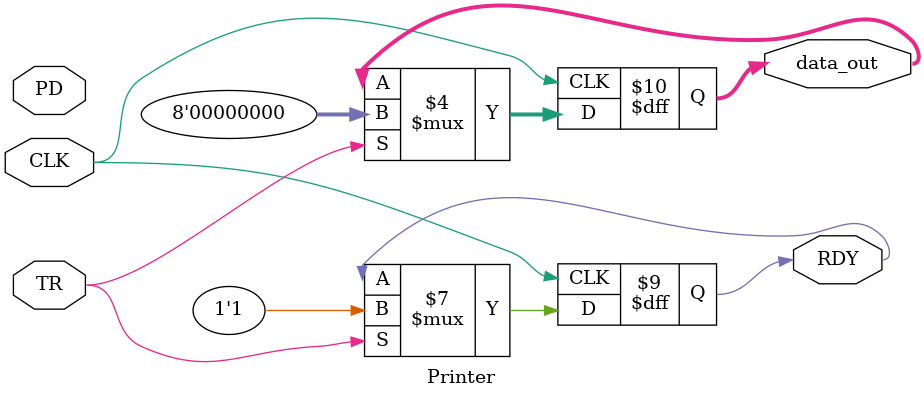
<source format=v>
`timescale 1ns / 1ps


module Printer(
    input CLK,
    input TR,                   // Transport Request
    input [7:0] PD,             // Parallel Data
    output reg RDY,             // Ready
    output reg [7:0] data_out
    );

    // reg stat = 1'b0; // stat flag

    always @(posedge CLK)
    begin
        if (TR == 1)
        begin
            RDY = 0;
            data_out[7:0] = PD[7:0];
            RDY = #20 (1);
            data_out[7:0] = 8'b00000000;
        end
    end

endmodule

</source>
